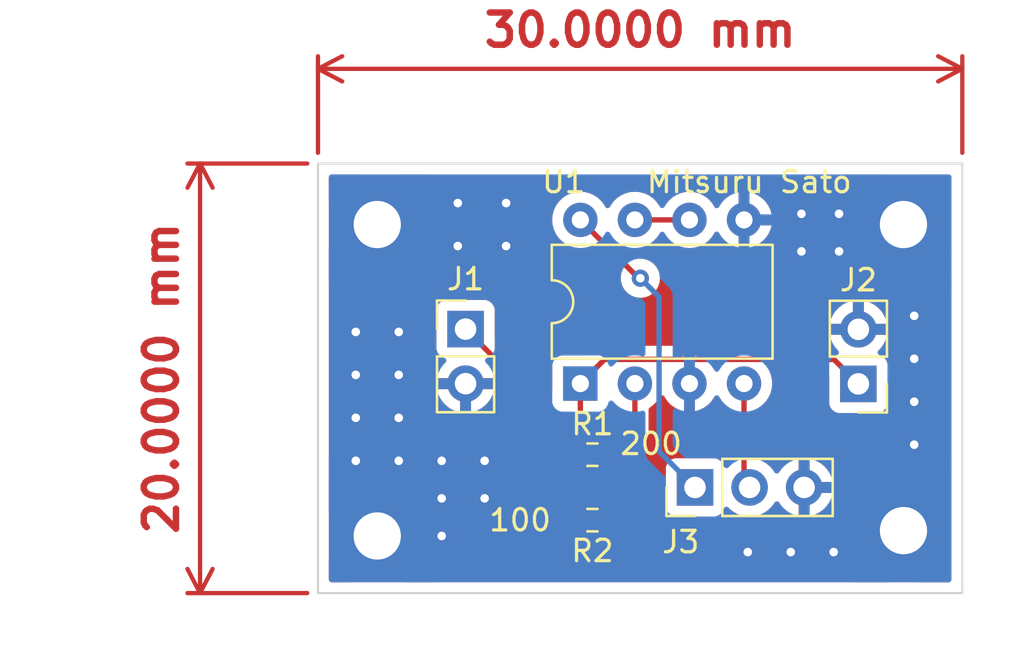
<source format=kicad_pcb>
(kicad_pcb (version 20211014) (generator pcbnew)
  (title_block (title "Inverting amplifier circuit") (date "2022-12-02") (rev "0") (company "Mitsuru Sato") (comment 1 "Comment1") (comment 2 "Comment2") (comment 3 "Comment3"))
  (layers (0 "F.Cu" signal) (31 "B.Cu" signal) (34 "B.Paste" user) (35 "F.Paste" user) (36 "B.SilkS" user "B.Silkscreen") (37 "F.SilkS" user "F.Silkscreen") (38 "B.Mask" user) (39 "F.Mask" user) (44 "Edge.Cuts" user))
  (net 0 "")
  (net 1 "Net-(J1-Pad1)")
  (net 2 "GND")
  (net 3 "Net-(J2-Pad1)")
  (net 4 "+12V")
  (net 5 "-12V")
  (net 6 "Net-(R1-Pad2)")
  (net 7 "Net-(U1-Pad6)")
  (footprint "Connector_PinHeader_2.54mm:PinHeader_1x03_P2.54mm_Vertical" (layer "F.Cu") (at 144.795 78.74 90)
    (fp_text reference "J3" (at -2.54 -0.665) (layer "F.SilkS"))
    (fp_text value "Conn_01x03_Female")
    (fp_line (start -1.33 1.27) (end 1.33 1.27) (layer "F.SilkS") (width 0.12))
    (fp_line (start 1.33 1.27) (end 1.33 6.41) (layer "F.SilkS") (width 0.12))
    (fp_line (start -1.33 0) (end -1.33 -1.33) (layer "F.SilkS") (width 0.12))
    (fp_line (start -1.33 1.27) (end -1.33 6.41) (layer "F.SilkS") (width 0.12))
    (fp_line (start -1.33 -1.33) (end 0 -1.33) (layer "F.SilkS") (width 0.12))
    (fp_line (start -1.33 6.41) (end 1.33 6.41) (layer "F.SilkS") (width 0.12))
    (pad "1" thru_hole rect (at 0 0 90) (size 1.7 1.7) (drill 1) (layers *.Cu *.Mask) (net 4 "+12V"))
    (pad "2" thru_hole oval (at 0 2.54 90) (size 1.7 1.7) (drill 1) (layers *.Cu *.Mask) (net 5 "-12V"))
    (pad "3" thru_hole oval (at 0 5.08 90) (size 1.7 1.7) (drill 1) (layers *.Cu *.Mask) (net 2 "GND"))
  )
  (footprint "MountingHole:MountingHole_2.2mm_M2_ISO7380_Pad" (layer "F.Cu") (at 154.5 66.5)
    (fp_text reference "REF2" hide)
    (fp_text value "MountingHole_2.2mm_M2_ISO7380_Pad" hide)
    (pad "1" thru_hole circle (at 0 0) (size 3.5 3.5) (drill 2.2) (layers *.Cu *.Mask) (net 2 "GND"))
  )
  (footprint "MountingHole:MountingHole_2.2mm_M2_ISO7380_Pad" (layer "F.Cu") (at 130 81)
    (fp_text reference "REF3" hide)
    (fp_text value "MountingHole_2.2mm_M2_ISO7380_Pad" hide)
    (pad "1" thru_hole circle (at 0 0) (size 3.5 3.5) (drill 2.2) (layers *.Cu *.Mask) (net 2 "GND"))
  )
  (footprint "MountingHole:MountingHole_2.2mm_M2_ISO7380_Pad" (layer "F.Cu") (at 154.5 80.75)
    (fp_text reference "REF4" hide)
    (fp_text value "MountingHole_2.2mm_M2_ISO7380_Pad" hide)
    (pad "1" thru_hole circle (at 0 0) (size 3.5 3.5) (drill 2.2) (layers *.Cu *.Mask) (net 2 "GND"))
  )
  (footprint "MountingHole:MountingHole_2.2mm_M2_ISO7380_Pad" (layer "F.Cu") (at 130 66.5)
    (fp_text reference "REF1" hide)
    (fp_text value "MountingHole_2.2mm_M2_ISO7380_Pad" hide)
    (pad "1" thru_hole circle (at 0 0) (size 3.5 3.5) (drill 2.2) (layers *.Cu *.Mask) (net 2 "GND"))
  )
  (footprint "Connector_PinHeader_2.54mm:PinHeader_1x02_P2.54mm_Vertical" (layer "F.Cu") (at 152.4 73.919 180)
    (fp_text reference "J2" (at 0 4.831) (layer "F.SilkS"))
    (fp_text value "Conn_01x02_Female")
    (fp_line (start 1.33 1.27) (end 1.33 3.87) (layer "F.SilkS") (width 0.12))
    (fp_line (start -1.33 0) (end -1.33 -1.33) (layer "F.SilkS") (width 0.12))
    (fp_line (start -1.33 1.27) (end -1.33 3.87) (layer "F.SilkS") (width 0.12))
    (fp_line (start -1.33 -1.33) (end 0 -1.33) (layer "F.SilkS") (width 0.12))
    (fp_line (start -1.33 1.27) (end 1.33 1.27) (layer "F.SilkS") (width 0.12))
    (fp_line (start -1.33 3.87) (end 1.33 3.87) (layer "F.SilkS") (width 0.12))
    (pad "1" thru_hole rect (at 0 0 180) (size 1.7 1.7) (drill 1) (layers *.Cu *.Mask) (net 3 "Net-(J2-Pad1)"))
    (pad "2" thru_hole oval (at 0 2.54 180) (size 1.7 1.7) (drill 1) (layers *.Cu *.Mask) (net 2 "GND"))
  )
  (footprint "Resistor_SMD:R_0603_1608Metric" (layer "F.Cu") (at 140.017 80.264 180)
    (fp_text reference "R2" (at 0 -1.43) (layer "F.SilkS"))
    (fp_text value "100" (at 3.365 0) (layer "F.SilkS"))
    (fp_line (start -0.237258 -0.5225) (end 0.237258 -0.5225) (layer "F.SilkS") (width 0.12))
    (fp_line (start -0.237258 0.5225) (end 0.237258 0.5225) (layer "F.SilkS") (width 0.12))
    (pad "1" smd roundrect (at -0.825 0 180) (size 0.8 0.95) (layers "F.Cu" "F.Paste" "F.Mask") (net 6 "Net-(R1-Pad2)"))
    (pad "2" smd roundrect (at 0.825 0 180) (size 0.8 0.95) (layers "F.Cu" "F.Paste" "F.Mask") (net 1 "Net-(J1-Pad1)"))
  )
  (footprint "Package_DIP:DIP-8_W7.62mm" (layer "F.Cu") (at 139.456 73.904 90)
    (fp_text reference "U1" (at 9.388 -0.772) (layer "F.SilkS"))
    (fp_text value "TL082")
    (fp_line (start 1.16 8.95) (end 6.46 8.95) (layer "F.SilkS") (width 0.12))
    (fp_line (start 2.81 -1.33) (end 1.16 -1.33) (layer "F.SilkS") (width 0.12))
    (fp_line (start 6.46 8.95) (end 6.46 -1.33) (layer "F.SilkS") (width 0.12))
    (fp_line (start 1.16 -1.33) (end 1.16 8.95) (layer "F.SilkS") (width 0.12))
    (fp_line (start 6.46 -1.33) (end 4.81 -1.33) (layer "F.SilkS") (width 0.12))
    (fp_arc (start 4.81 -1.33) (mid 3.81 -0.33) (end 2.81 -1.33) (layer "F.SilkS") (width 0.12))
    (pad "1" thru_hole rect (at 0 0 90) (size 1.6 1.6) (drill 0.8) (layers *.Cu *.Mask) (net 3 "Net-(J2-Pad1)"))
    (pad "2" thru_hole oval (at 0 2.54 90) (size 1.6 1.6) (drill 0.8) (layers *.Cu *.Mask) (net 6 "Net-(R1-Pad2)"))
    (pad "3" thru_hole oval (at 0 5.08 90) (size 1.6 1.6) (drill 0.8) (layers *.Cu *.Mask) (net 2 "GND"))
    (pad "4" thru_hole oval (at 0 7.62 90) (size 1.6 1.6) (drill 0.8) (layers *.Cu *.Mask) (net 5 "-12V"))
    (pad "5" thru_hole oval (at 7.62 7.62 90) (size 1.6 1.6) (drill 0.8) (layers *.Cu *.Mask) (net 2 "GND"))
    (pad "6" thru_hole oval (at 7.62 5.08 90) (size 1.6 1.6) (drill 0.8) (layers *.Cu *.Mask) (net 7 "Net-(U1-Pad6)"))
    (pad "7" thru_hole oval (at 7.62 2.54 90) (size 1.6 1.6) (drill 0.8) (layers *.Cu *.Mask) (net 7 "Net-(U1-Pad6)"))
    (pad "8" thru_hole oval (at 7.62 0 90) (size 1.6 1.6) (drill 0.8) (layers *.Cu *.Mask) (net 4 "+12V"))
  )
  (footprint "Connector_PinHeader_2.54mm:PinHeader_1x02_P2.54mm_Vertical" (layer "F.Cu") (at 134.112 71.369)
    (fp_text reference "J1" (at 0 -2.33) (layer "F.SilkS"))
    (fp_text value "Conn_01x02_Female")
    (fp_line (start -1.33 1.27) (end 1.33 1.27) (layer "F.SilkS") (width 0.12))
    (fp_line (start -1.33 1.27) (end -1.33 3.87) (layer "F.SilkS") (width 0.12))
    (fp_line (start 1.33 1.27) (end 1.33 3.87) (layer "F.SilkS") (width 0.12))
    (fp_line (start -1.33 0) (end -1.33 -1.33) (layer "F.SilkS") (width 0.12))
    (fp_line (start -1.33 3.87) (end 1.33 3.87) (layer "F.SilkS") (width 0.12))
    (fp_line (start -1.33 -1.33) (end 0 -1.33) (layer "F.SilkS") (width 0.12))
    (pad "1" thru_hole rect (at 0 0) (size 1.7 1.7) (drill 1) (layers *.Cu *.Mask) (net 1 "Net-(J1-Pad1)"))
    (pad "2" thru_hole oval (at 0 2.54) (size 1.7 1.7) (drill 1) (layers *.Cu *.Mask) (net 2 "GND"))
  )
  (footprint "Resistor_SMD:R_0603_1608Metric" (layer "F.Cu") (at 140.017 77.216)
    (fp_text reference "R1" (at 0 -1.43) (layer "F.SilkS"))
    (fp_text value "200" (at 2.731 -0.508) (layer "F.SilkS"))
    (fp_line (start -0.237258 -0.5225) (end 0.237258 -0.5225) (layer "F.SilkS") (width 0.12))
    (fp_line (start -0.237258 0.5225) (end 0.237258 0.5225) (layer "F.SilkS") (width 0.12))
    (pad "1" smd roundrect (at -0.825 0) (size 0.8 0.95) (layers "F.Cu" "F.Paste" "F.Mask") (net 3 "Net-(J2-Pad1)"))
    (pad "2" smd roundrect (at 0.825 0) (size 0.8 0.95) (layers "F.Cu" "F.Paste" "F.Mask") (net 6 "Net-(R1-Pad2)"))
  )
  (gr_line (start 127.24 63.66) (end 157.24 63.66) (layer "Edge.Cuts") (width 0.1))
  (gr_line (start 127.24 83.66) (end 157.24 83.66) (layer "Edge.Cuts") (width 0.1))
  (gr_line (start 127.24 63.66) (end 127.24 83.66) (layer "Edge.Cuts") (width 0.1))
  (gr_line (start 157.24 63.66) (end 157.24 83.66) (layer "Edge.Cuts") (width 0.1))
  (gr_text "Mitsuru Sato" (at 147.32 64.516) (layer "F.SilkS") (effects (font (size 1 1))))
  (dimension (type aligned) (layer "F.Cu") (pts (xy 127.24 63.66) (xy 157.24 63.66)) (height -4.41) (gr_text "30.0000 mm" (at 142.24 57.45) (layer "F.Cu") (effects (font (size 1.5 1.5) (thickness 0.3)))) (format (units 3) (units_format 1) (precision 4)) (style (thickness 0.2) (arrow_length 1.27) (text_position_mode 0) (extension_height 0.58642) (extension_offset 0.5) keep_text_aligned))
  (dimension (type aligned) (layer "F.Cu") (pts (xy 127.24 63.66) (xy 127.24 83.66)) (height 5.49) (gr_text "20.0000 mm" (at 119.95 73.66 90) (layer "F.Cu") (effects (font (size 1.5 1.5) (thickness 0.3)))) (format (units 3) (units_format 1) (precision 4)) (style (thickness 0.2) (arrow_length 1.27) (text_position_mode 0) (extension_height 0.58642) (extension_offset 0.5) keep_text_aligned))
  (segment (start 137.668 74.925) (end 137.668 78.74) (width 0.25) (layer "F.Cu") (net 1))
  (segment (start 137.668 78.74) (end 139.192 80.264) (width 0.25) (layer "F.Cu") (net 1))
  (segment (start 134.112 71.369) (end 137.668 74.925) (width 0.25) (layer "F.Cu") (net 1))
  (via (at 155 72.75) (size 0.8) (drill 0.4) (layers "F.Cu" "B.Cu") (net 2))
  (via (at 131 77.5) (size 0.8) (drill 0.4) (layers "F.Cu" "B.Cu") (net 2))
  (via (at 131 71.5) (size 0.8) (drill 0.4) (layers "F.Cu" "B.Cu") (net 2))
  (via (at 136 67.5) (size 0.8) (drill 0.4) (layers "F.Cu" "B.Cu") (net 2))
  (via (at 149.75 66) (size 0.8) (drill 0.4) (layers "F.Cu" "B.Cu") (net 2))
  (via (at 151.25 81.75) (size 0.8) (drill 0.4) (layers "F.Cu" "B.Cu") (net 2))
  (via (at 129 77.5) (size 0.8) (drill 0.4) (layers "F.Cu" "B.Cu") (net 2))
  (via (at 133.75 67.5) (size 0.8) (drill 0.4) (layers "F.Cu" "B.Cu") (net 2))
  (via (at 155 76.75) (size 0.8) (drill 0.4) (layers "F.Cu" "B.Cu") (net 2))
  (via (at 135 79.25) (size 0.8) (drill 0.4) (layers "F.Cu" "B.Cu") (net 2))
  (via (at 149.25 81.75) (size 0.8) (drill 0.4) (layers "F.Cu" "B.Cu") (net 2))
  (via (at 133 77.5) (size 0.8) (drill 0.4) (layers "F.Cu" "B.Cu") (net 2))
  (via (at 136 65.5) (size 0.8) (drill 0.4) (layers "F.Cu" "B.Cu") (net 2))
  (via (at 133.75 65.5) (size 0.8) (drill 0.4) (layers "F.Cu" "B.Cu") (net 2))
  (via (at 133 79.25) (size 0.8) (drill 0.4) (layers "F.Cu" "B.Cu") (net 2))
  (via (at 131 75.5) (size 0.8) (drill 0.4) (layers "F.Cu" "B.Cu") (net 2))
  (via (at 147.25 81.75) (size 0.8) (drill 0.4) (layers "F.Cu" "B.Cu") (net 2))
  (via (at 151.5 66) (size 0.8) (drill 0.4) (layers "F.Cu" "B.Cu") (net 2))
  (via (at 149.75 67.75) (size 0.8) (drill 0.4) (layers "F.Cu" "B.Cu") (net 2))
  (via (at 129 71.5) (size 0.8) (drill 0.4) (layers "F.Cu" "B.Cu") (net 2))
  (via (at 133 81) (size 0.8) (drill 0.4) (layers "F.Cu" "B.Cu") (net 2))
  (via (at 131 73.5) (size 0.8) (drill 0.4) (layers "F.Cu" "B.Cu") (net 2))
  (via (at 135 77.5) (size 0.8) (drill 0.4) (layers "F.Cu" "B.Cu") (net 2))
  (via (at 129 75.5) (size 0.8) (drill 0.4) (layers "F.Cu" "B.Cu") (net 2))
  (via (at 129 73.5) (size 0.8) (drill 0.4) (layers "F.Cu" "B.Cu") (net 2))
  (via (at 151.5 67.75) (size 0.8) (drill 0.4) (layers "F.Cu" "B.Cu") (net 2))
  (via (at 155 70.75) (size 0.8) (drill 0.4) (layers "F.Cu" "B.Cu") (net 2))
  (via (at 155 74.75) (size 0.8) (drill 0.4) (layers "F.Cu" "B.Cu") (net 2))
  (segment (start 140.581 72.779) (end 151.26 72.779) (width 0.25) (layer "F.Cu") (net 3))
  (segment (start 151.26 72.779) (end 152.4 73.919) (width 0.25) (layer "F.Cu") (net 3))
  (segment (start 139.456 73.904) (end 140.581 72.779) (width 0.25) (layer "F.Cu") (net 3))
  (segment (start 139.192 77.216) (end 139.456 76.952) (width 0.25) (layer "F.Cu") (net 3))
  (segment (start 139.456 76.952) (end 139.456 73.904) (width 0.25) (layer "F.Cu") (net 3))
  (segment (start 142.25 69) (end 142.172 69) (width 0.25) (layer "F.Cu") (net 4))
  (segment (start 142.172 69) (end 139.456 66.284) (width 0.25) (layer "F.Cu") (net 4))
  (via (at 142.25 69) (size 0.8) (drill 0.4) (layers "F.Cu" "B.Cu") (net 4))
  (segment (start 143.121 69.871) (end 143.121 77.066) (width 0.25) (layer "B.Cu") (net 4))
  (segment (start 142.25 69) (end 143.121 69.871) (width 0.25) (layer "B.Cu") (net 4))
  (segment (start 143.121 77.066) (end 144.795 78.74) (width 0.25) (layer "B.Cu") (net 4))
  (segment (start 147.076 73.904) (end 147.076 78.481) (width 0.25) (layer "F.Cu") (net 5))
  (segment (start 147.076 78.481) (end 147.335 78.74) (width 0.25) (layer "F.Cu") (net 5))
  (segment (start 140.842 77.216) (end 141.996 76.062) (width 0.25) (layer "F.Cu") (net 6))
  (segment (start 140.842 80.264) (end 140.842 77.216) (width 0.25) (layer "F.Cu") (net 6))
  (segment (start 141.996 76.062) (end 141.996 73.904) (width 0.25) (layer "F.Cu") (net 6))
  (segment (start 141.996 66.284) (end 144.536 66.284) (width 0.25) (layer "F.Cu") (net 7))
  (zone (net 2) (net_name "GND") (layer "F.Cu") (connect_pads yes (clearance 0.508)) (min_thickness 0.254) (fill yes (thermal_gap 0.508) (thermal_bridge_width 0.508))
    (polygon (pts (xy 132.25 69) (xy 125.75 69) (xy 125.75 63) (xy 132.25 63)))
  )
  (zone (net 2) (net_name "GND") (layer "F.Cu") (connect_pads yes (clearance 0.508)) (min_thickness 0.254) (fill yes (thermal_gap 0.508) (thermal_bridge_width 0.508))
    (polygon (pts (xy 158.5 69.75) (xy 151.25 69.75) (xy 151.25 63) (xy 158.5 63)))
  )
  (zone (net 2) (net_name "GND") (layer "F.Cu") (connect_pads yes (clearance 0.508)) (min_thickness 0.254) (fill yes (thermal_gap 0.508) (thermal_bridge_width 0.508))
    (polygon (pts (xy 132.5 85.75) (xy 124.75 85.75) (xy 124.75 78.5) (xy 132.5 78.5)))
  )
  (zone (net 2) (net_name "GND") (layer "F.Cu") (connect_pads yes (clearance 0.508)) (min_thickness 0.254) (fill yes (thermal_gap 0.508) (thermal_bridge_width 0.508))
    (polygon (pts (xy 159.5 86.25) (xy 152.25 86.25) (xy 152.25 78) (xy 159.5 78)))
  )
  (zone (net 2) (net_name "GND") (layer "F.Cu") (connect_pads (clearance 0.508)) (min_thickness 0.254) (fill yes (thermal_gap 0.508) (thermal_bridge_width 0.508))
    (polygon (pts (xy 157 83.5) (xy 127.5 83.5) (xy 127.25 63.75) (xy 157.25 63.75)))
  )
  (zone (net 2) (net_name "GND") (layer "B.Cu") (connect_pads yes (clearance 0.508)) (min_thickness 0.254) (fill yes (thermal_gap 0.508) (thermal_bridge_width 0.508))
    (polygon (pts (xy 157.25 69) (xy 151.750739 69.019005) (xy 151.75 62.499803) (xy 157.25 62.5)))
  )
  (zone (net 2) (net_name "GND") (layer "B.Cu") (connect_pads (clearance 0.508)) (min_thickness 0.254) (fill yes (thermal_gap 0.508) (thermal_bridge_width 0.508))
    (polygon (pts (xy 157.25 83.5) (xy 127.25 83.5) (xy 127.25 63.75) (xy 157.25 63.75)))
  )
  (zone (net 2) (net_name "GND") (layer "B.Cu") (connect_pads yes (clearance 0.508)) (min_thickness 0.254) (fill yes (thermal_gap 0.508) (thermal_bridge_width 0.508))
    (polygon (pts (xy 132.5 69.25) (xy 125.5 69.25) (xy 125.5 62.75) (xy 132.5 62.75)))
  )
  (zone (net 2) (net_name "GND") (layer "B.Cu") (connect_pads yes (clearance 0.508)) (min_thickness 0.254) (fill yes (thermal_gap 0.508) (thermal_bridge_width 0.508))
    (polygon (pts (xy 132.75 83.75) (xy 125.5 83.75) (xy 125.5 77.25) (xy 132.75 77.25)))
  )
  (zone (net 2) (net_name "GND") (layer "B.Cu") (connect_pads yes (clearance 0.508)) (min_thickness 0.254) (fill yes (thermal_gap 0.508) (thermal_bridge_width 0.508))
    (polygon (pts (xy 156.75 83.5) (xy 152 83.5) (xy 152 77) (xy 156.75 77)))
  )
)
</source>
